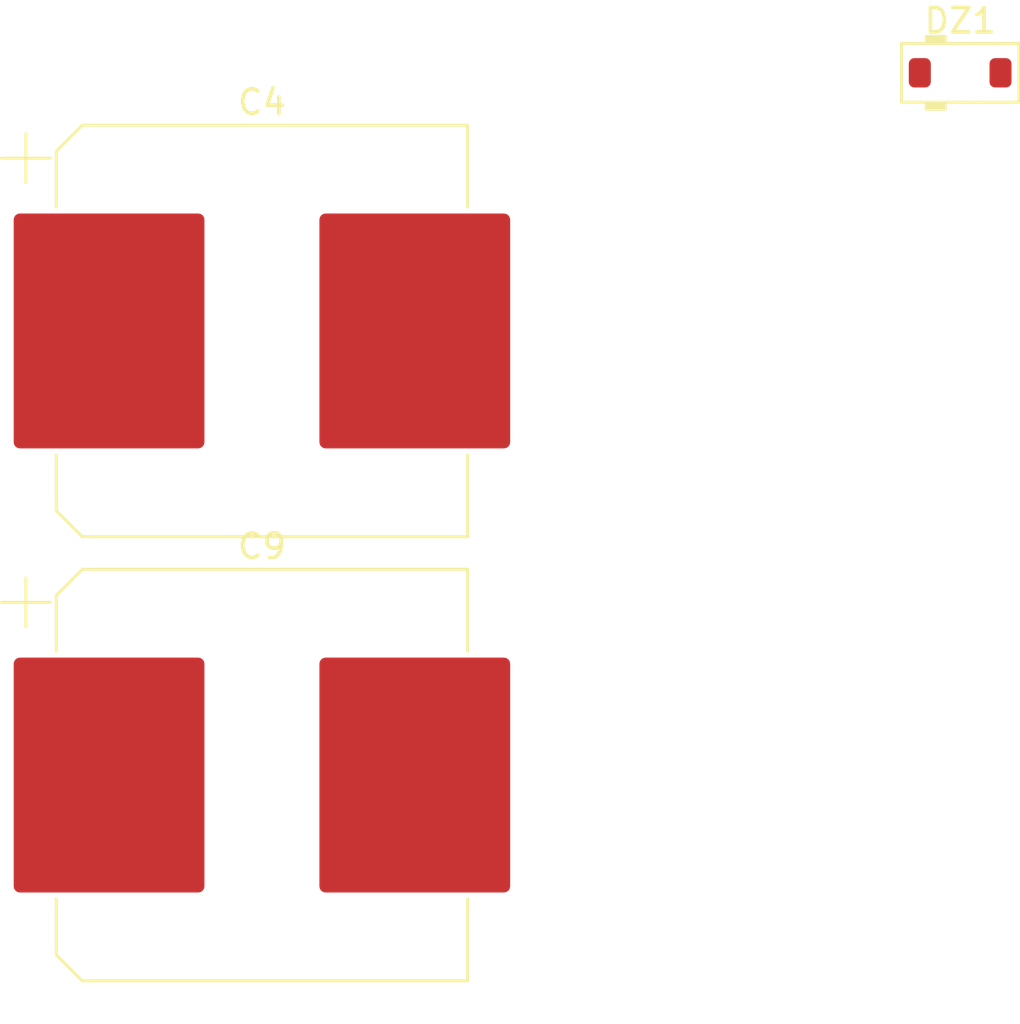
<source format=kicad_pcb>
(kicad_pcb (version 20240108) (generator "pcbnew") (generator_version "8.0")
  (layers (0 "F.Cu" signal) (31 "B.Cu" signal) (34 "B.Paste" user) (35 "F.Paste" user) (36 "B.SilkS" user "B.Silkscreen") (37 "F.SilkS" user "F.Silkscreen") (38 "B.Mask" user) (39 "F.Mask" user) (44 "Edge.Cuts" user))
  (net 0 "")
  (net 1 "Net-(C4-Pad1)")
  (net 2 "ROUT")
  (net 3 "LOUT")
  (net 4 "Net-(C9-Pad1)")
  (footprint "Capacitor_SMD:CP_Elec_16x17.5" (layer "F.Cu") (at 193.05 71.75)
    (property "Reference" "C4" (at 0 -9.35 0) (layer "F.SilkS"))
    (property "Value" "1000u")
    (fp_line (start -10.65 -7.06) (end -8.65 -7.06) (stroke (width 0.12)) (layer "F.SilkS"))
    (fp_line (start -9.65 -8.06) (end -9.65 -6.06) (stroke (width 0.12)) (layer "F.SilkS"))
    (fp_line (start -8.41 -7.345563) (end -8.41 -5.06) (stroke (width 0.12)) (layer "F.SilkS"))
    (fp_line (start -8.41 -7.345563) (end -7.345563 -8.41) (stroke (width 0.12)) (layer "F.SilkS"))
    (fp_line (start -8.41 7.345563) (end -8.41 5.06) (stroke (width 0.12)) (layer "F.SilkS"))
    (fp_line (start -8.41 7.345563) (end -7.345563 8.41) (stroke (width 0.12)) (layer "F.SilkS"))
    (fp_line (start -7.345563 -8.41) (end 8.41 -8.41) (stroke (width 0.12)) (layer "F.SilkS"))
    (fp_line (start -7.345563 8.41) (end 8.41 8.41) (stroke (width 0.12)) (layer "F.SilkS"))
    (fp_line (start 8.41 -8.41) (end 8.41 -5.06) (stroke (width 0.12)) (layer "F.SilkS"))
    (fp_line (start 8.41 8.41) (end 8.41 5.06) (stroke (width 0.12)) (layer "F.SilkS"))
    (pad "1" smd roundrect (at -6.25 0) (size 7.8 9.6) (layers "F.Cu" "F.Paste" "F.Mask") (roundrect_rratio 0.032051) (net 1 "Net-(C4-Pad1)"))
    (pad "2" smd roundrect (at 6.25 0) (size 7.8 9.6) (layers "F.Cu" "F.Paste" "F.Mask") (roundrect_rratio 0.032051) (net 2 "ROUT"))
  )
  (footprint "PCM_Diode_SMD_AKL:D_SOD-123" (layer "F.Cu") (at 221.6 61.2)
    (property "Reference" "DZ1" (at 0 -2.127 0) (layer "F.SilkS"))
    (property "Value" "MMSZ5222" (hide yes))
    (fp_line (start -2.4 -1.2) (end -2.4 1.2) (stroke (width 0.12)) (layer "F.SilkS"))
    (fp_line (start -2.4 1.2) (end 2.4 1.2) (stroke (width 0.12)) (layer "F.SilkS"))
    (fp_line (start 2.4 -1.2) (end -2.4 -1.2) (stroke (width 0.12)) (layer "F.SilkS"))
    (fp_line (start 2.4 1.2) (end 2.4 -1.2) (stroke (width 0.12)) (layer "F.SilkS"))
    (fp_poly (pts (xy -0.6 -1.2) (xy -1.4 -1.2) (xy -1.4 -1.5) (xy -0.6 -1.5)) (stroke (width 0.1)) (fill solid) (layer "F.SilkS"))
    (fp_poly (pts (xy -0.6 1.5) (xy -1.4 1.5) (xy -1.4 1.2) (xy -0.6 1.2)) (stroke (width 0.1)) (fill solid) (layer "F.SilkS"))
    (pad "1" smd roundrect (at -1.65 0) (size 0.9 1.2) (layers "F.Cu" "F.Paste" "F.Mask"))
    (pad "2" smd roundrect (at 1.65 0) (size 0.9 1.2) (layers "F.Cu" "F.Paste" "F.Mask"))
  )
  (footprint "Capacitor_SMD:CP_Elec_16x17.5" (layer "F.Cu") (at 193.05 89.9)
    (property "Reference" "C9" (at 0 -9.35 0) (layer "F.SilkS"))
    (property "Value" "1000u")
    (fp_line (start -10.65 -7.06) (end -8.65 -7.06) (stroke (width 0.12)) (layer "F.SilkS"))
    (fp_line (start -9.65 -8.06) (end -9.65 -6.06) (stroke (width 0.12)) (layer "F.SilkS"))
    (fp_line (start -8.41 -7.345563) (end -8.41 -5.06) (stroke (width 0.12)) (layer "F.SilkS"))
    (fp_line (start -8.41 -7.345563) (end -7.345563 -8.41) (stroke (width 0.12)) (layer "F.SilkS"))
    (fp_line (start -8.41 7.345563) (end -8.41 5.06) (stroke (width 0.12)) (layer "F.SilkS"))
    (fp_line (start -8.41 7.345563) (end -7.345563 8.41) (stroke (width 0.12)) (layer "F.SilkS"))
    (fp_line (start -7.345563 -8.41) (end 8.41 -8.41) (stroke (width 0.12)) (layer "F.SilkS"))
    (fp_line (start -7.345563 8.41) (end 8.41 8.41) (stroke (width 0.12)) (layer "F.SilkS"))
    (fp_line (start 8.41 -8.41) (end 8.41 -5.06) (stroke (width 0.12)) (layer "F.SilkS"))
    (fp_line (start 8.41 8.41) (end 8.41 5.06) (stroke (width 0.12)) (layer "F.SilkS"))
    (pad "1" smd roundrect (at -6.25 0) (size 7.8 9.6) (layers "F.Cu" "F.Paste" "F.Mask") (roundrect_rratio 0.032051) (net 4 "Net-(C9-Pad1)"))
    (pad "2" smd roundrect (at 6.25 0) (size 7.8 9.6) (layers "F.Cu" "F.Paste" "F.Mask") (roundrect_rratio 0.032051) (net 3 "LOUT"))
  )
)
</source>
